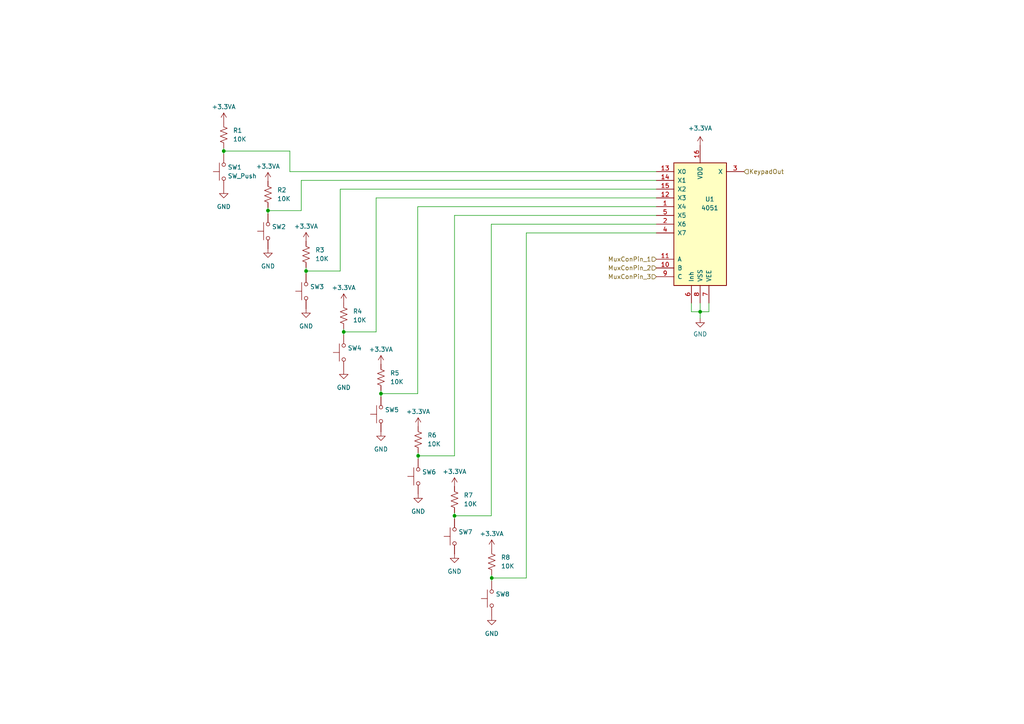
<source format=kicad_sch>
(kicad_sch (version 20230121) (generator eeschema)
  (paper "A4")
  (lib_symbols
    (symbol "4xxx:4051" (pin_names (offset 1.016))
      (property "Reference" "U1" (at 11.176 0 0))
      (property "Value" "4051" (at 11.176 -2.54 0))
      (symbol "4051_1_0"
        (pin passive line (at -12.7 5.08 0) (length 5.08) (name "X4") (number "1"))
        (pin input line (at -12.7 -12.7 0) (length 5.08) (name "B") (number "10"))
        (pin input line (at -12.7 -10.16 0) (length 5.08) (name "A") (number "11"))
        (pin passive line (at -12.7 7.62 0) (length 5.08) (name "X3") (number "12"))
        (pin passive line (at -12.7 15.24 0) (length 5.08) (name "X0") (number "13"))
        (pin passive line (at -12.7 12.7 0) (length 5.08) (name "X1") (number "14"))
        (pin passive line (at -12.7 10.16 0) (length 5.08) (name "X2") (number "15"))
        (pin power_in line (at 0 22.86 270) (length 5.08) (name "VDD") (number "16"))
        (pin passive line (at -12.7 0 0) (length 5.08) (name "X6") (number "2"))
        (pin passive line (at 12.7 15.24 180) (length 5.08) (name "X") (number "3"))
        (pin passive line (at -12.7 -2.54 0) (length 5.08) (name "X7") (number "4"))
        (pin passive line (at -12.7 2.54 0) (length 5.08) (name "X5") (number "5"))
        (pin input line (at -2.54 -22.86 90) (length 5.08) (name "Inh") (number "6"))
        (pin power_in line (at 2.54 -22.86 90) (length 5.08) (name "VEE") (number "7"))
        (pin power_in line (at 0 -22.86 90) (length 5.08) (name "VSS") (number "8"))
        (pin input line (at -12.7 -15.24 0) (length 5.08) (name "C") (number "9"))
      )
      (symbol "4051_1_1"
        (rectangle (start -7.62 17.78) (end 7.62 -17.78) (stroke (width 0.254)) (fill (type background)))
      )
    )
    (symbol "Device:R_US" (pin_numbers hide) (pin_names (offset 0))
      (property "Reference" "R" (at 2.54 0 90))
      (property "Value" "R_US" (at -2.54 0 90))
      (symbol "R_US_0_1"
        (polyline (pts (xy 0 -2.286) (xy 0 -2.54)))
        (polyline (pts (xy 0 2.286) (xy 0 2.54)))
        (polyline (pts (xy 0 -0.762) (xy 1.016 -1.143) (xy 0 -1.524) (xy -1.016 -1.905) (xy 0 -2.286)))
        (polyline (pts (xy 0 0.762) (xy 1.016 0.381) (xy 0 0) (xy -1.016 -0.381) (xy 0 -0.762)))
        (polyline (pts (xy 0 2.286) (xy 1.016 1.905) (xy 0 1.524) (xy -1.016 1.143) (xy 0 0.762)))
      )
      (symbol "R_US_1_1"
        (pin passive line (at 0 3.81 270) (length 1.27) (name "~") (number "1"))
        (pin passive line (at 0 -3.81 90) (length 1.27) (name "~") (number "2"))
      )
    )
    (symbol "Switch:SW_Push" (pin_numbers hide) (pin_names (offset 1.016) hide)
      (property "Reference" "SW" (at 1.27 2.54 0))
      (property "Value" "SW_Push" (at 0 -1.524 0))
      (symbol "SW_Push_0_1"
        (circle (center -2.032 0) (radius 0.508))
        (polyline (pts (xy 0 1.27) (xy 0 3.048)))
        (polyline (pts (xy 2.54 1.27) (xy -2.54 1.27)))
        (circle (center 2.032 0) (radius 0.508))
        (pin passive line (at -5.08 0 0) (length 2.54) (name "1") (number "1"))
        (pin passive line (at 5.08 0 180) (length 2.54) (name "2") (number "2"))
      )
    )
    (symbol "power:+3.3VA" (power) (pin_names (offset 0))
      (property "Value" "+3.3VA" (at 0 3.556 0))
      (symbol "+3.3VA_0_1"
        (polyline (pts (xy -0.762 1.27) (xy 0 2.54)))
        (polyline (pts (xy 0 0) (xy 0 2.54)))
        (polyline (pts (xy 0 2.54) (xy 0.762 1.27)))
      )
      (symbol "+3.3VA_1_1"
        (pin power_in line (at 0 0 90) (length 0) hide (name "+3.3VA") (number "1"))
      )
    )
    (symbol "power:GND" (power) (pin_names (offset 0))
      (property "Value" "GND" (at 0 -3.81 0))
      (symbol "GND_0_1"
        (polyline (pts (xy 0 0) (xy 0 -1.27) (xy 1.27 -1.27) (xy 0 -2.54) (xy -1.27 -1.27) (xy 0 -1.27)))
      )
      (symbol "GND_1_1"
        (pin power_in line (at 0 0 270) (length 0) hide (name "GND") (number "1"))
      )
    )
  )
  (junction (at 131.826 149.606))
  (junction (at 121.285 132.207))
  (junction (at 142.621 167.64))
  (junction (at 88.773 78.613))
  (junction (at 203.073 90.424))
  (junction (at 99.695 96.266))
  (junction (at 110.49 114.173))
  (junction (at 64.897 43.815))
  (junction (at 77.724 61.087))
  (wire (pts (xy 77.724 61.087) (xy 87.376 61.087)))
  (wire (pts (xy 190.373 62.484) (xy 131.826 62.484)))
  (wire (pts (xy 142.621 167.64) (xy 142.621 168.529)))
  (wire (pts (xy 99.695 96.266) (xy 99.695 97.155)))
  (wire (pts (xy 200.533 90.424) (xy 203.073 90.424)))
  (wire (pts (xy 64.897 43.815) (xy 64.897 44.704)))
  (wire (pts (xy 203.073 87.884) (xy 203.073 90.424)))
  (wire (pts (xy 190.373 57.404) (xy 109.093 57.404)))
  (wire (pts (xy 152.654 67.564) (xy 152.654 167.64)))
  (wire (pts (xy 110.49 113.284) (xy 110.49 114.173)))
  (wire (pts (xy 84.074 43.815) (xy 64.897 43.815)))
  (wire (pts (xy 190.373 49.784) (xy 84.074 49.784)))
  (wire (pts (xy 109.093 96.266) (xy 99.695 96.266)))
  (wire (pts (xy 142.494 149.606) (xy 131.826 149.606)))
  (wire (pts (xy 190.373 59.944) (xy 121.158 59.944)))
  (wire (pts (xy 109.093 57.404) (xy 109.093 96.266)))
  (wire (pts (xy 142.494 65.024) (xy 142.494 149.606)))
  (wire (pts (xy 121.158 59.944) (xy 121.158 114.173)))
  (wire (pts (xy 88.773 77.597) (xy 88.773 78.613)))
  (wire (pts (xy 121.285 132.207) (xy 121.285 133.096)))
  (wire (pts (xy 98.679 54.864) (xy 98.679 78.613)))
  (wire (pts (xy 131.826 132.207) (xy 121.285 132.207)))
  (wire (pts (xy 190.373 67.564) (xy 152.654 67.564)))
  (wire (pts (xy 87.376 52.324) (xy 87.376 61.087)))
  (wire (pts (xy 99.695 95.377) (xy 99.695 96.266)))
  (wire (pts (xy 190.373 65.024) (xy 142.494 65.024)))
  (wire (pts (xy 77.724 60.198) (xy 77.724 61.087)))
  (wire (pts (xy 88.773 78.613) (xy 88.773 79.375)))
  (wire (pts (xy 152.654 167.64) (xy 142.621 167.64)))
  (wire (pts (xy 142.621 166.751) (xy 142.621 167.64)))
  (wire (pts (xy 131.826 149.606) (xy 131.826 150.495)))
  (wire (pts (xy 121.285 131.318) (xy 121.285 132.207)))
  (wire (pts (xy 190.373 52.324) (xy 87.376 52.324)))
  (wire (pts (xy 98.679 78.613) (xy 88.773 78.613)))
  (wire (pts (xy 84.074 49.784) (xy 84.074 43.815)))
  (wire (pts (xy 64.897 42.926) (xy 64.897 43.815)))
  (wire (pts (xy 200.533 87.884) (xy 200.533 90.424)))
  (wire (pts (xy 203.073 90.424) (xy 203.073 92.329)))
  (wire (pts (xy 131.826 148.717) (xy 131.826 149.606)))
  (wire (pts (xy 110.49 114.173) (xy 110.49 115.062)))
  (wire (pts (xy 205.613 87.884) (xy 205.613 90.424)))
  (wire (pts (xy 190.373 54.864) (xy 98.679 54.864)))
  (wire (pts (xy 121.158 114.173) (xy 110.49 114.173)))
  (wire (pts (xy 205.613 90.424) (xy 203.073 90.424)))
  (wire (pts (xy 77.724 61.087) (xy 77.724 61.976)))
  (wire (pts (xy 131.826 62.484) (xy 131.826 132.207)))
  (hierarchical_label "MuxConPin_3" (shape input) (at 190.373 80.264 180))
  (hierarchical_label "MuxConPin_1" (shape input) (at 190.373 75.184 180))
  (hierarchical_label "KeypadOut" (shape input) (at 215.773 49.784 0))
  (hierarchical_label "MuxConPin_2" (shape input) (at 190.373 77.724 180))
  (symbol (lib_id "Device:R_US") (at 110.49 109.474 0) (unit 1)
    (property "Reference" "R5" (at 113.157 108.204 0) (effects (justify left)))
    (property "Value" "10K" (at 113.157 110.744 0) (effects (justify left)))
    (property "Footprint" "Resistor_SMD:R_1206_3216Metric_Pad1.30x1.75mm_HandSolder" (effects hide))
    (instances (project "Sardinia_v0.2" (path "" (reference "R5") (unit 1)) (path "" (reference "R13") (unit 1)) (path "" (reference "R21") (unit 1)) (path "" (reference "R29") (unit 1))))
  )
  (symbol (lib_id "Switch:SW_Push") (at 99.695 102.235 90) (unit 1)
    (property "Reference" "SW4" (at 100.838 100.965 90) (effects (justify right)))
    (property "Value" "SW_Push" (effects hide))
    (property "Footprint" "kailhChoc_hexKeycaps:PG1350" (effects hide))
    (instances (project "Sardinia_v0.2" (path "" (reference "SW4") (unit 1)) (path "" (reference "SW12") (unit 1)) (path "" (reference "SW20") (unit 1)) (path "" (reference "SW28") (unit 1))))
  )
  (symbol (lib_id "power:GND") (at 88.773 89.535 0) (unit 1)
    (property "Reference" "#PWR034" (effects hide))
    (property "Value" "GND" (at 88.773 94.615 0))
    (instances (project "Sardinia_v0.2" (path "" (reference "#PWR034") (unit 1)) (path "" (reference "#PWR052") (unit 1)) (path "" (reference "#PWR070") (unit 1)) (path "" (reference "#PWR088") (unit 1))))
  )
  (symbol (lib_id "power:+3.3VA") (at 121.285 123.698 0) (unit 1)
    (property "Reference" "#PWR039" (effects hide))
    (property "Value" "+3.3VA" (at 121.285 119.38 0))
    (instances (project "Sardinia_v0.2" (path "" (reference "#PWR039") (unit 1)) (path "" (reference "#PWR057") (unit 1)) (path "" (reference "#PWR075") (unit 1)) (path "" (reference "#PWR093") (unit 1))))
  )
  (symbol (lib_id "Switch:SW_Push") (at 64.897 49.784 90) (unit 1)
    (property "Reference" "SW1" (at 66.04 48.514 90) (effects (justify right)))
    (property "Value" "SW_Push" (at 66.04 51.054 90) (effects (justify right)))
    (property "Footprint" "kailhChoc_hexKeycaps:PG1350" (effects hide))
    (instances (project "Sardinia_v0.2" (path "" (reference "SW1") (unit 1)) (path "" (reference "SW9") (unit 1)) (path "" (reference "SW17") (unit 1)) (path "" (reference "SW25") (unit 1))))
  )
  (symbol (lib_id "power:+3.3VA") (at 203.073 42.164 0) (unit 1)
    (property "Reference" "#PWR045" (effects hide))
    (property "Value" "+3.3VA" (at 203.073 37.211 0))
    (instances (project "Sardinia_v0.2" (path "" (reference "#PWR045") (unit 1)) (path "" (reference "#PWR063") (unit 1)) (path "" (reference "#PWR081") (unit 1)) (path "" (reference "#PWR099") (unit 1))))
  )
  (symbol (lib_id "power:GND") (at 121.285 143.256 0) (unit 1)
    (property "Reference" "#PWR040" (effects hide))
    (property "Value" "GND" (at 121.285 148.336 0))
    (instances (project "Sardinia_v0.2" (path "" (reference "#PWR040") (unit 1)) (path "" (reference "#PWR058") (unit 1)) (path "" (reference "#PWR076") (unit 1)) (path "" (reference "#PWR094") (unit 1))))
  )
  (symbol (lib_id "power:+3.3VA") (at 77.724 52.578 0) (unit 1)
    (property "Reference" "#PWR031" (effects hide))
    (property "Value" "+3.3VA" (at 77.724 48.26 0))
    (instances (project "Sardinia_v0.2" (path "" (reference "#PWR031") (unit 1)) (path "" (reference "#PWR049") (unit 1)) (path "" (reference "#PWR067") (unit 1)) (path "" (reference "#PWR085") (unit 1))))
  )
  (symbol (lib_id "Switch:SW_Push") (at 131.826 155.575 90) (unit 1)
    (property "Reference" "SW7" (at 132.969 154.305 90) (effects (justify right)))
    (property "Value" "SW_Push" (effects hide))
    (property "Footprint" "kailhChoc_hexKeycaps:PG1350" (effects hide))
    (instances (project "Sardinia_v0.2" (path "" (reference "SW7") (unit 1)) (path "" (reference "SW15") (unit 1)) (path "" (reference "SW23") (unit 1)) (path "" (reference "SW31") (unit 1))))
  )
  (symbol (lib_id "power:GND") (at 203.073 92.329 0) (unit 1)
    (property "Reference" "#PWR046" (effects hide))
    (property "Value" "GND" (at 203.073 96.901 0))
    (instances (project "Sardinia_v0.2" (path "" (reference "#PWR046") (unit 1)) (path "" (reference "#PWR064") (unit 1)) (path "" (reference "#PWR082") (unit 1)) (path "" (reference "#PWR0100") (unit 1))))
  )
  (symbol (lib_id "Device:R_US") (at 64.897 39.116 0) (unit 1)
    (property "Reference" "R1" (at 67.564 37.846 0) (effects (justify left)))
    (property "Value" "10K" (at 67.564 40.386 0) (effects (justify left)))
    (property "Footprint" "Resistor_SMD:R_1206_3216Metric_Pad1.30x1.75mm_HandSolder" (effects hide))
    (instances (project "Sardinia_v0.2" (path "" (reference "R1") (unit 1)) (path "" (reference "R9") (unit 1)) (path "" (reference "R17") (unit 1)) (path "" (reference "R25") (unit 1))))
  )
  (symbol (lib_id "power:GND") (at 142.621 178.689 0) (unit 1)
    (property "Reference" "#PWR044" (effects hide))
    (property "Value" "GND" (at 142.621 183.769 0))
    (instances (project "Sardinia_v0.2" (path "" (reference "#PWR044") (unit 1)) (path "" (reference "#PWR062") (unit 1)) (path "" (reference "#PWR080") (unit 1)) (path "" (reference "#PWR098") (unit 1))))
  )
  (symbol (lib_id "power:GND") (at 77.724 72.136 0) (unit 1)
    (property "Reference" "#PWR032" (effects hide))
    (property "Value" "GND" (at 77.724 77.216 0))
    (instances (project "Sardinia_v0.2" (path "" (reference "#PWR032") (unit 1)) (path "" (reference "#PWR050") (unit 1)) (path "" (reference "#PWR068") (unit 1)) (path "" (reference "#PWR086") (unit 1))))
  )
  (symbol (lib_id "4xxx:4051") (at 203.073 65.024 0) (unit 1)
    (property "Reference" "U1" (at 205.867 57.785 0))
    (property "Value" "4051" (at 205.867 60.325 0))
    (property "Footprint" "Package_DIP:DIP-16_W7.62mm_LongPads" (effects hide))
    (property "Datasheet" "http://www.intersil.com/content/dam/Intersil/documents/cd40/cd4051bms-52bms-53bms.pdf" (effects hide))
    (instances (project "Sardinia_v0.2" (path "" (reference "U1") (unit 1)) (path "" (reference "U2") (unit 1)) (path "" (reference "U3") (unit 1)) (path "" (reference "U4") (unit 1))))
  )
  (symbol (lib_id "power:+3.3VA") (at 99.695 87.757 0) (unit 1)
    (property "Reference" "#PWR035" (effects hide))
    (property "Value" "+3.3VA" (at 99.695 83.439 0))
    (instances (project "Sardinia_v0.2" (path "" (reference "#PWR035") (unit 1)) (path "" (reference "#PWR053") (unit 1)) (path "" (reference "#PWR071") (unit 1)) (path "" (reference "#PWR089") (unit 1))))
  )
  (symbol (lib_id "power:+3.3VA") (at 131.826 141.097 0) (unit 1)
    (property "Reference" "#PWR041" (effects hide))
    (property "Value" "+3.3VA" (at 131.826 136.779 0))
    (instances (project "Sardinia_v0.2" (path "" (reference "#PWR041") (unit 1)) (path "" (reference "#PWR059") (unit 1)) (path "" (reference "#PWR077") (unit 1)) (path "" (reference "#PWR095") (unit 1))))
  )
  (symbol (lib_id "power:GND") (at 131.826 160.655 0) (unit 1)
    (property "Reference" "#PWR042" (effects hide))
    (property "Value" "GND" (at 131.826 165.735 0))
    (instances (project "Sardinia_v0.2" (path "" (reference "#PWR042") (unit 1)) (path "" (reference "#PWR060") (unit 1)) (path "" (reference "#PWR078") (unit 1)) (path "" (reference "#PWR096") (unit 1))))
  )
  (symbol (lib_id "Switch:SW_Push") (at 121.285 138.176 90) (unit 1)
    (property "Reference" "SW6" (at 122.428 136.906 90) (effects (justify right)))
    (property "Value" "SW_Push" (effects hide))
    (property "Footprint" "kailhChoc_hexKeycaps:PG1350" (effects hide))
    (instances (project "Sardinia_v0.2" (path "" (reference "SW6") (unit 1)) (path "" (reference "SW14") (unit 1)) (path "" (reference "SW22") (unit 1)) (path "" (reference "SW30") (unit 1))))
  )
  (symbol (lib_id "power:+3.3VA") (at 64.897 35.306 0) (unit 1)
    (property "Reference" "#PWR029" (effects hide))
    (property "Value" "+3.3VA" (at 64.897 30.988 0))
    (instances (project "Sardinia_v0.2" (path "" (reference "#PWR029") (unit 1)) (path "" (reference "#PWR047") (unit 1)) (path "" (reference "#PWR065") (unit 1)) (path "" (reference "#PWR083") (unit 1))))
  )
  (symbol (lib_id "Switch:SW_Push") (at 142.621 173.609 90) (unit 1)
    (property "Reference" "SW8" (at 143.764 172.339 90) (effects (justify right)))
    (property "Value" "SW_Push" (effects hide))
    (property "Footprint" "kailhChoc_hexKeycaps:PG1350" (effects hide))
    (instances (project "Sardinia_v0.2" (path "" (reference "SW8") (unit 1)) (path "" (reference "SW16") (unit 1)) (path "" (reference "SW24") (unit 1)) (path "" (reference "SW32") (unit 1))))
  )
  (symbol (lib_id "Device:R_US") (at 121.285 127.508 0) (unit 1)
    (property "Reference" "R6" (at 123.952 126.238 0) (effects (justify left)))
    (property "Value" "10K" (at 123.952 128.778 0) (effects (justify left)))
    (property "Footprint" "Resistor_SMD:R_1206_3216Metric_Pad1.30x1.75mm_HandSolder" (effects hide))
    (instances (project "Sardinia_v0.2" (path "" (reference "R6") (unit 1)) (path "" (reference "R14") (unit 1)) (path "" (reference "R22") (unit 1)) (path "" (reference "R30") (unit 1))))
  )
  (symbol (lib_id "power:GND") (at 99.695 107.315 0) (unit 1)
    (property "Reference" "#PWR036" (effects hide))
    (property "Value" "GND" (at 99.695 112.395 0))
    (instances (project "Sardinia_v0.2" (path "" (reference "#PWR036") (unit 1)) (path "" (reference "#PWR054") (unit 1)) (path "" (reference "#PWR072") (unit 1)) (path "" (reference "#PWR090") (unit 1))))
  )
  (symbol (lib_id "Switch:SW_Push") (at 77.724 67.056 90) (unit 1)
    (property "Reference" "SW2" (at 78.867 65.786 90) (effects (justify right)))
    (property "Value" "SW_Push" (effects hide))
    (property "Footprint" "kailhChoc_hexKeycaps:PG1350" (effects hide))
    (instances (project "Sardinia_v0.2" (path "" (reference "SW2") (unit 1)) (path "" (reference "SW10") (unit 1)) (path "" (reference "SW18") (unit 1)) (path "" (reference "SW26") (unit 1))))
  )
  (symbol (lib_id "Device:R_US") (at 142.621 162.941 0) (unit 1)
    (property "Reference" "R8" (at 145.288 161.671 0) (effects (justify left)))
    (property "Value" "10K" (at 145.288 164.211 0) (effects (justify left)))
    (property "Footprint" "Resistor_SMD:R_1206_3216Metric_Pad1.30x1.75mm_HandSolder" (effects hide))
    (instances (project "Sardinia_v0.2" (path "" (reference "R8") (unit 1)) (path "" (reference "R16") (unit 1)) (path "" (reference "R24") (unit 1)) (path "" (reference "R32") (unit 1))))
  )
  (symbol (lib_id "Switch:SW_Push") (at 110.49 120.142 90) (unit 1)
    (property "Reference" "SW5" (at 111.633 118.872 90) (effects (justify right)))
    (property "Value" "SW_Push" (effects hide))
    (property "Footprint" "kailhChoc_hexKeycaps:PG1350" (effects hide))
    (instances (project "Sardinia_v0.2" (path "" (reference "SW5") (unit 1)) (path "" (reference "SW13") (unit 1)) (path "" (reference "SW21") (unit 1)) (path "" (reference "SW29") (unit 1))))
  )
  (symbol (lib_id "power:GND") (at 64.897 54.864 0) (unit 1)
    (property "Reference" "#PWR030" (effects hide))
    (property "Value" "GND" (at 64.897 59.944 0))
    (instances (project "Sardinia_v0.2" (path "" (reference "#PWR030") (unit 1)) (path "" (reference "#PWR048") (unit 1)) (path "" (reference "#PWR066") (unit 1)) (path "" (reference "#PWR084") (unit 1))))
  )
  (symbol (lib_id "power:+3.3VA") (at 110.49 105.664 0) (unit 1)
    (property "Reference" "#PWR037" (effects hide))
    (property "Value" "+3.3VA" (at 110.49 101.346 0))
    (instances (project "Sardinia_v0.2" (path "" (reference "#PWR037") (unit 1)) (path "" (reference "#PWR055") (unit 1)) (path "" (reference "#PWR073") (unit 1)) (path "" (reference "#PWR091") (unit 1))))
  )
  (symbol (lib_id "Device:R_US") (at 131.826 144.907 0) (unit 1)
    (property "Reference" "R7" (at 134.493 143.637 0) (effects (justify left)))
    (property "Value" "10K" (at 134.493 146.177 0) (effects (justify left)))
    (property "Footprint" "Resistor_SMD:R_1206_3216Metric_Pad1.30x1.75mm_HandSolder" (effects hide))
    (instances (project "Sardinia_v0.2" (path "" (reference "R7") (unit 1)) (path "" (reference "R15") (unit 1)) (path "" (reference "R23") (unit 1)) (path "" (reference "R31") (unit 1))))
  )
  (symbol (lib_id "power:+3.3VA") (at 88.773 69.977 0) (unit 1)
    (property "Reference" "#PWR033" (effects hide))
    (property "Value" "+3.3VA" (at 88.773 65.659 0))
    (instances (project "Sardinia_v0.2" (path "" (reference "#PWR033") (unit 1)) (path "" (reference "#PWR051") (unit 1)) (path "" (reference "#PWR069") (unit 1)) (path "" (reference "#PWR087") (unit 1))))
  )
  (symbol (lib_id "Device:R_US") (at 77.724 56.388 0) (unit 1)
    (property "Reference" "R2" (at 80.391 55.118 0) (effects (justify left)))
    (property "Value" "10K" (at 80.391 57.658 0) (effects (justify left)))
    (property "Footprint" "Resistor_SMD:R_1206_3216Metric_Pad1.30x1.75mm_HandSolder" (effects hide))
    (instances (project "Sardinia_v0.2" (path "" (reference "R2") (unit 1)) (path "" (reference "R10") (unit 1)) (path "" (reference "R18") (unit 1)) (path "" (reference "R26") (unit 1))))
  )
  (symbol (lib_id "Device:R_US") (at 88.773 73.787 0) (unit 1)
    (property "Reference" "R3" (at 91.44 72.517 0) (effects (justify left)))
    (property "Value" "10K" (at 91.44 75.057 0) (effects (justify left)))
    (property "Footprint" "Resistor_SMD:R_1206_3216Metric_Pad1.30x1.75mm_HandSolder" (effects hide))
    (instances (project "Sardinia_v0.2" (path "" (reference "R3") (unit 1)) (path "" (reference "R11") (unit 1)) (path "" (reference "R19") (unit 1)) (path "" (reference "R27") (unit 1))))
  )
  (symbol (lib_id "Switch:SW_Push") (at 88.773 84.455 90) (unit 1)
    (property "Reference" "SW3" (at 89.916 83.185 90) (effects (justify right)))
    (property "Value" "SW_Push" (effects hide))
    (property "Footprint" "kailhChoc_hexKeycaps:PG1350" (effects hide))
    (instances (project "Sardinia_v0.2" (path "" (reference "SW3") (unit 1)) (path "" (reference "SW11") (unit 1)) (path "" (reference "SW19") (unit 1)) (path "" (reference "SW27") (unit 1))))
  )
  (symbol (lib_id "power:+3.3VA") (at 142.621 159.131 0) (unit 1)
    (property "Reference" "#PWR043" (effects hide))
    (property "Value" "+3.3VA" (at 142.621 154.813 0))
    (instances (project "Sardinia_v0.2" (path "" (reference "#PWR043") (unit 1)) (path "" (reference "#PWR061") (unit 1)) (path "" (reference "#PWR079") (unit 1)) (path "" (reference "#PWR097") (unit 1))))
  )
  (symbol (lib_id "power:GND") (at 110.49 125.222 0) (unit 1)
    (property "Reference" "#PWR038" (effects hide))
    (property "Value" "GND" (at 110.49 130.302 0))
    (instances (project "Sardinia_v0.2" (path "" (reference "#PWR038") (unit 1)) (path "" (reference "#PWR056") (unit 1)) (path "" (reference "#PWR074") (unit 1)) (path "" (reference "#PWR092") (unit 1))))
  )
  (symbol (lib_id "Device:R_US") (at 99.695 91.567 0) (unit 1)
    (property "Reference" "R4" (at 102.362 90.297 0) (effects (justify left)))
    (property "Value" "10K" (at 102.362 92.837 0) (effects (justify left)))
    (property "Footprint" "Resistor_SMD:R_1206_3216Metric_Pad1.30x1.75mm_HandSolder" (effects hide))
    (instances (project "Sardinia_v0.2" (path "" (reference "R4") (unit 1)) (path "" (reference "R12") (unit 1)) (path "" (reference "R20") (unit 1)) (path "" (reference "R28") (unit 1))))
  )
)
</source>
